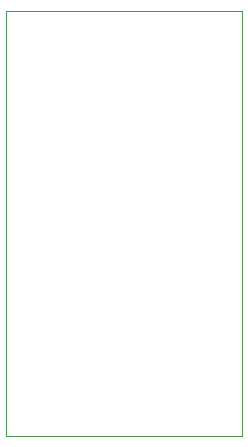
<source format=gbr>
%TF.GenerationSoftware,KiCad,Pcbnew,8.0.4*%
%TF.CreationDate,2024-08-04T23:07:34+09:00*%
%TF.ProjectId,sdvx-encoder-holder,73647678-2d65-46e6-936f-6465722d686f,rev?*%
%TF.SameCoordinates,Original*%
%TF.FileFunction,Profile,NP*%
%FSLAX46Y46*%
G04 Gerber Fmt 4.6, Leading zero omitted, Abs format (unit mm)*
G04 Created by KiCad (PCBNEW 8.0.4) date 2024-08-04 23:07:34*
%MOMM*%
%LPD*%
G01*
G04 APERTURE LIST*
%TA.AperFunction,Profile*%
%ADD10C,0.050000*%
%TD*%
G04 APERTURE END LIST*
D10*
X118000000Y-77000000D02*
X138000000Y-77000000D01*
X138000000Y-113000000D01*
X118000000Y-113000000D01*
X118000000Y-77000000D01*
M02*

</source>
